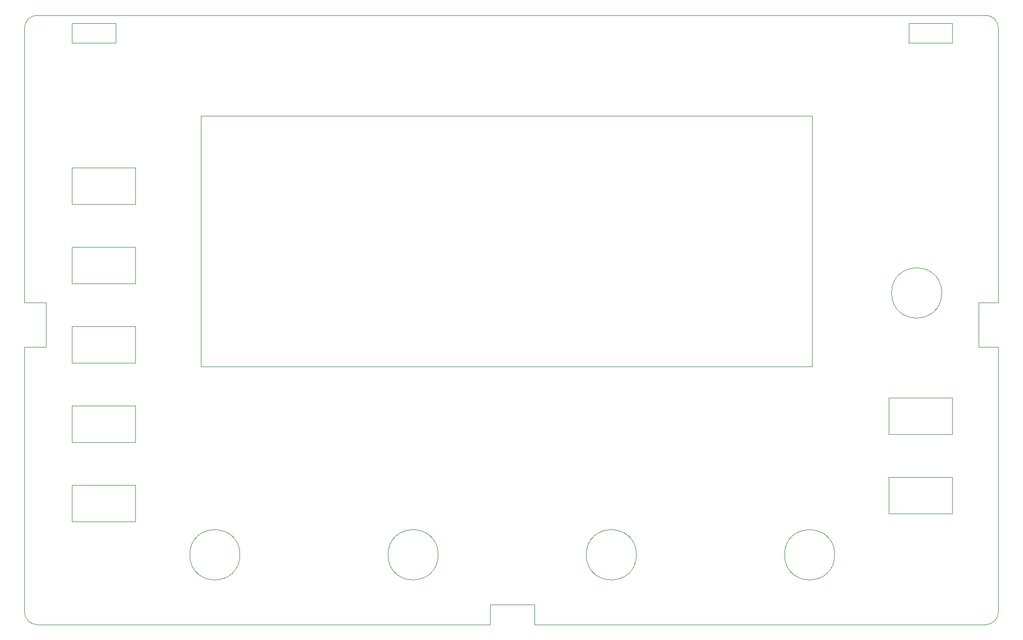
<source format=gbr>
%TF.GenerationSoftware,KiCad,Pcbnew,(5.1.8)-1*%
%TF.CreationDate,2021-03-28T18:03:51+02:00*%
%TF.ProjectId,pfm2_topSurface,70666d32-5f74-46f7-9053-757266616365,rev?*%
%TF.SameCoordinates,Original*%
%TF.FileFunction,Profile,NP*%
%FSLAX46Y46*%
G04 Gerber Fmt 4.6, Leading zero omitted, Abs format (unit mm)*
G04 Created by KiCad (PCBNEW (5.1.8)-1) date 2021-03-28 18:03:51*
%MOMM*%
%LPD*%
G01*
G04 APERTURE LIST*
%TA.AperFunction,Profile*%
%ADD10C,0.050000*%
%TD*%
G04 APERTURE END LIST*
D10*
X40767000Y-161671000D02*
G75*
G02*
X38735000Y-159639000I0J2032000D01*
G01*
X194691000Y-159639000D02*
G75*
G02*
X192659000Y-161671000I-2032000J0D01*
G01*
X192659000Y-64135000D02*
G75*
G02*
X194691000Y-66167000I0J-2032000D01*
G01*
X38735000Y-66167000D02*
G75*
G02*
X40767000Y-64135000I2032000J0D01*
G01*
X164820000Y-120390000D02*
X164820000Y-80230000D01*
X66950000Y-80230000D02*
X164820000Y-80230000D01*
X66950000Y-120390000D02*
X164820000Y-120390000D01*
X66950000Y-120390000D02*
X66950000Y-80230000D01*
X185626093Y-108585000D02*
G75*
G03*
X185626093Y-108585000I-4016093J0D01*
G01*
X168481093Y-150495000D02*
G75*
G03*
X168481093Y-150495000I-4016093J0D01*
G01*
X136731093Y-150495000D02*
G75*
G03*
X136731093Y-150495000I-4016093J0D01*
G01*
X104981093Y-150495000D02*
G75*
G03*
X104981093Y-150495000I-4016093J0D01*
G01*
X73231093Y-150495000D02*
G75*
G03*
X73231093Y-150495000I-4016093J0D01*
G01*
X177165000Y-131191000D02*
X177165000Y-125349000D01*
X177165000Y-125349000D02*
X187325000Y-125349000D01*
X187325000Y-131191000D02*
X177165000Y-131191000D01*
X187325000Y-125349000D02*
X187325000Y-131191000D01*
X187325000Y-143891000D02*
X177165000Y-143891000D01*
X177165000Y-138049000D02*
X187325000Y-138049000D01*
X187325000Y-138049000D02*
X187325000Y-143891000D01*
X177165000Y-143891000D02*
X177165000Y-138049000D01*
X56515000Y-88519000D02*
X56515000Y-94361000D01*
X56515000Y-94361000D02*
X46355000Y-94361000D01*
X46355000Y-94361000D02*
X46355000Y-88519000D01*
X46355000Y-88519000D02*
X56515000Y-88519000D01*
X56515000Y-101219000D02*
X56515000Y-107061000D01*
X46355000Y-107061000D02*
X46355000Y-101219000D01*
X46355000Y-101219000D02*
X56515000Y-101219000D01*
X56515000Y-107061000D02*
X46355000Y-107061000D01*
X46355000Y-119761000D02*
X46355000Y-113919000D01*
X46355000Y-113919000D02*
X56515000Y-113919000D01*
X56515000Y-113919000D02*
X56515000Y-119761000D01*
X56515000Y-119761000D02*
X46355000Y-119761000D01*
X56515000Y-132461000D02*
X46355000Y-132461000D01*
X46355000Y-126619000D02*
X56515000Y-126619000D01*
X56515000Y-126619000D02*
X56515000Y-132461000D01*
X46355000Y-132461000D02*
X46355000Y-126619000D01*
X46355000Y-145161000D02*
X46355000Y-139319000D01*
X56515000Y-145161000D02*
X46355000Y-145161000D01*
X56515000Y-139319000D02*
X56515000Y-145161000D01*
X46355000Y-139319000D02*
X56515000Y-139319000D01*
X180340000Y-68580000D02*
X180340000Y-65405000D01*
X187325000Y-65405000D02*
X187325000Y-68580000D01*
X180340000Y-65405000D02*
X187325000Y-65405000D01*
X187325000Y-68580000D02*
X180340000Y-68580000D01*
X194691000Y-159639000D02*
X194691000Y-117221000D01*
X120396000Y-161671000D02*
X192659000Y-161671000D01*
X38735000Y-159639000D02*
X38735000Y-117221000D01*
X113284000Y-161671000D02*
X40767000Y-161671000D01*
X194691000Y-66167000D02*
X194691000Y-110109000D01*
X38735000Y-66167000D02*
X38735000Y-110109000D01*
X192659000Y-64135000D02*
X40767000Y-64135000D01*
X120396000Y-158496000D02*
X120396000Y-161671000D01*
X113284000Y-161671000D02*
X113284000Y-158496000D01*
X113284000Y-158496000D02*
X120396000Y-158496000D01*
X191516000Y-117221000D02*
X191516000Y-110109000D01*
X191516000Y-110109000D02*
X194691000Y-110109000D01*
X194691000Y-117221000D02*
X191516000Y-117221000D01*
X42164000Y-117221000D02*
X38735000Y-117221000D01*
X38735000Y-110109000D02*
X42164000Y-110109000D01*
X42164000Y-110109000D02*
X42164000Y-117221000D01*
X53340000Y-68580000D02*
X46355000Y-68580000D01*
X53340000Y-65405000D02*
X53340000Y-68580000D01*
X46355000Y-65405000D02*
X53340000Y-65405000D01*
X46355000Y-68580000D02*
X46355000Y-65405000D01*
M02*

</source>
